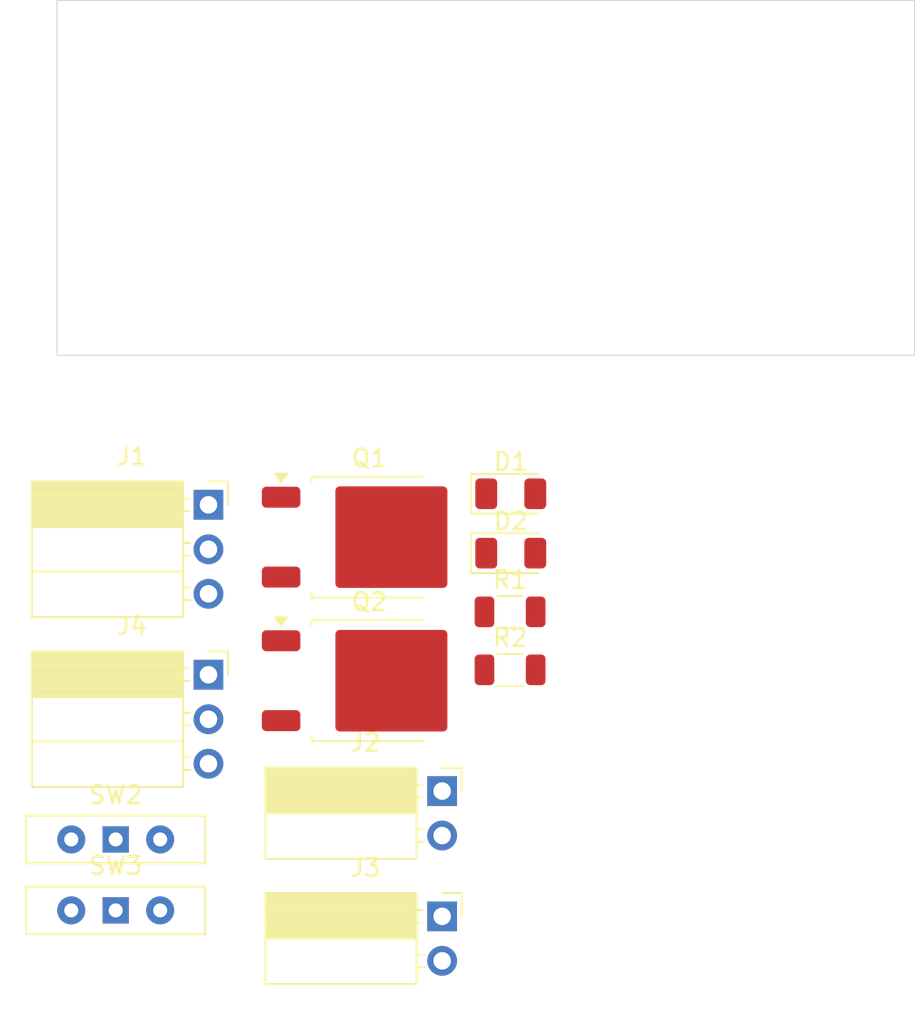
<source format=kicad_pcb>
(kicad_pcb (version 20241229) (generator "pcbnew") (generator_version "9.0")
  (layers (0 "F.Cu" signal) (2 "B.Cu" signal) (13 "F.Paste" user) (15 "B.Paste" user) (5 "F.SilkS" user "F.Silkscreen") (7 "B.SilkS" user "B.Silkscreen") (1 "F.Mask" user) (3 "B.Mask" user) (25 "Edge.Cuts" user))
  (net 0 "")
  (net 1 "Net-(D1-A)")
  (net 2 "Net-(D1-K)")
  (net 3 "Net-(D2-K)")
  (net 4 "Net-(D2-A)")
  (net 5 "Net-(J1-Pin_3)")
  (net 6 "Net-(J1-Pin_2)")
  (net 7 "Net-(J1-Pin_1)")
  (net 8 "Net-(J4-Pin_2)")
  (footprint "Connector_PinSocket_2.54mm:PinSocket_1x03_P2.54mm_Horizontal" (layer "F.Cu") (at 44.410905 53.039462)
    (property "Reference" "J1" (at -4.38 -2.77 0) (layer "F.SilkS"))
    (property "Value" "Conn_01x03_Socket")
    (fp_line (start -10.09 -1.33) (end -10.09 6.41) (stroke (width 0.12)) (layer "F.SilkS"))
    (fp_line (start -10.09 -1.33) (end -1.46 -1.33) (stroke (width 0.12)) (layer "F.SilkS"))
    (fp_line (start -10.09 -1.21) (end -1.46 -1.21) (stroke (width 0.12)) (layer "F.SilkS"))
    (fp_line (start -10.09 -1.091905) (end -1.46 -1.091905) (stroke (width 0.12)) (layer "F.SilkS"))
    (fp_line (start -10.09 -0.97381) (end -1.46 -0.97381) (stroke (width 0.12)) (layer "F.SilkS"))
    (fp_line (start -10.09 -0.855715) (end -1.46 -0.855715) (stroke (width 0.12)) (layer "F.SilkS"))
    (fp_line (start -10.09 -0.73762) (end -1.46 -0.73762) (stroke (width 0.12)) (layer "F.SilkS"))
    (fp_line (start -10.09 -0.619525) (end -1.46 -0.619525) (stroke (width 0.12)) (layer "F.SilkS"))
    (fp_line (start -10.09 -0.50143) (end -1.46 -0.50143) (stroke (width 0.12)) (layer "F.SilkS"))
    (fp_line (start -10.09 -0.383335) (end -1.46 -0.383335) (stroke (width 0.12)) (layer "F.SilkS"))
    (fp_line (start -10.09 -0.26524) (end -1.46 -0.26524) (stroke (width 0.12)) (layer "F.SilkS"))
    (fp_line (start -10.09 -0.147145) (end -1.46 -0.147145) (stroke (width 0.12)) (layer "F.SilkS"))
    (fp_line (start -10.09 -0.02905) (end -1.46 -0.02905) (stroke (width 0.12)) (layer "F.SilkS"))
    (fp_line (start -10.09 0.089045) (end -1.46 0.089045) (stroke (width 0.12)) (layer "F.SilkS"))
    (fp_line (start -10.09 0.20714) (end -1.46 0.20714) (stroke (width 0.12)) (layer "F.SilkS"))
    (fp_line (start -10.09 0.325235) (end -1.46 0.325235) (stroke (width 0.12)) (layer "F.SilkS"))
    (fp_line (start -10.09 0.44333) (end -1.46 0.44333) (stroke (width 0.12)) (layer "F.SilkS"))
    (fp_line (start -10.09 0.561425) (end -1.46 0.561425) (stroke (width 0.12)) (layer "F.SilkS"))
    (fp_line (start -10.09 0.67952) (end -1.46 0.67952) (stroke (width 0.12)) (layer "F.SilkS"))
    (fp_line (start -10.09 0.797615) (end -1.46 0.797615) (stroke (width 0.12)) (layer "F.SilkS"))
    (fp_line (start -10.09 0.91571) (end -1.46 0.91571) (stroke (width 0.12)) (layer "F.SilkS"))
    (fp_line (start -10.09 1.033805) (end -1.46 1.033805) (stroke (width 0.12)) (layer "F.SilkS"))
    (fp_line (start -10.09 1.1519) (end -1.46 1.1519) (stroke (width 0.12)) (layer "F.SilkS"))
    (fp_line (start -10.09 1.27) (end -1.46 1.27) (stroke (width 0.12)) (layer "F.SilkS"))
    (fp_line (start -10.09 3.81) (end -1.46 3.81) (stroke (width 0.12)) (layer "F.SilkS"))
    (fp_line (start -10.09 6.41) (end -1.46 6.41) (stroke (width 0.12)) (layer "F.SilkS"))
    (fp_line (start -1.46 -1.33) (end -1.46 6.41) (stroke (width 0.12)) (layer "F.SilkS"))
    (fp_line (start -1.46 -0.36) (end -1.11 -0.36) (stroke (width 0.12)) (layer "F.SilkS"))
    (fp_line (start -1.46 0.36) (end -1.11 0.36) (stroke (width 0.12)) (layer "F.SilkS"))
    (fp_line (start -1.46 2.18) (end -1.05 2.18) (stroke (width 0.12)) (layer "F.SilkS"))
    (fp_line (start -1.46 2.9) (end -1.05 2.9) (stroke (width 0.12)) (layer "F.SilkS"))
    (fp_line (start -1.46 4.72) (end -1.05 4.72) (stroke (width 0.12)) (layer "F.SilkS"))
    (fp_line (start -1.46 5.44) (end -1.05 5.44) (stroke (width 0.12)) (layer "F.SilkS"))
    (fp_line (start 0 -1.33) (end 1.11 -1.33) (stroke (width 0.12)) (layer "F.SilkS"))
    (fp_line (start 1.11 -1.33) (end 1.11 0) (stroke (width 0.12)) (layer "F.SilkS"))
    (pad "1" thru_hole rect (at 0 0) (size 1.7 1.7) (drill 1) (layers "*.Cu" "*.Mask") (net 7 "Net-(J1-Pin_1)"))
    (pad "2" thru_hole circle (at 0 2.54) (size 1.7 1.7) (drill 1) (layers "*.Cu" "*.Mask") (net 6 "Net-(J1-Pin_2)"))
    (pad "3" thru_hole circle (at 0 5.08) (size 1.7 1.7) (drill 1) (layers "*.Cu" "*.Mask") (net 5 "Net-(J1-Pin_3)"))
  )
  (footprint "Connector_PinSocket_2.54mm:PinSocket_1x03_P2.54mm_Horizontal" (layer "F.Cu") (at 44.410905 62.739462)
    (property "Reference" "J4" (at -4.38 -2.77 0) (layer "F.SilkS"))
    (property "Value" "Conn_01x03_Socket")
    (fp_line (start -10.09 -1.33) (end -10.09 6.41) (stroke (width 0.12)) (layer "F.SilkS"))
    (fp_line (start -10.09 -1.33) (end -1.46 -1.33) (stroke (width 0.12)) (layer "F.SilkS"))
    (fp_line (start -10.09 -1.21) (end -1.46 -1.21) (stroke (width 0.12)) (layer "F.SilkS"))
    (fp_line (start -10.09 -1.091905) (end -1.46 -1.091905) (stroke (width 0.12)) (layer "F.SilkS"))
    (fp_line (start -10.09 -0.97381) (end -1.46 -0.97381) (stroke (width 0.12)) (layer "F.SilkS"))
    (fp_line (start -10.09 -0.855715) (end -1.46 -0.855715) (stroke (width 0.12)) (layer "F.SilkS"))
    (fp_line (start -10.09 -0.73762) (end -1.46 -0.73762) (stroke (width 0.12)) (layer "F.SilkS"))
    (fp_line (start -10.09 -0.619525) (end -1.46 -0.619525) (stroke (width 0.12)) (layer "F.SilkS"))
    (fp_line (start -10.09 -0.50143) (end -1.46 -0.50143) (stroke (width 0.12)) (layer "F.SilkS"))
    (fp_line (start -10.09 -0.383335) (end -1.46 -0.383335) (stroke (width 0.12)) (layer "F.SilkS"))
    (fp_line (start -10.09 -0.26524) (end -1.46 -0.26524) (stroke (width 0.12)) (layer "F.SilkS"))
    (fp_line (start -10.09 -0.147145) (end -1.46 -0.147145) (stroke (width 0.12)) (layer "F.SilkS"))
    (fp_line (start -10.09 -0.02905) (end -1.46 -0.02905) (stroke (width 0.12)) (layer "F.SilkS"))
    (fp_line (start -10.09 0.089045) (end -1.46 0.089045) (stroke (width 0.12)) (layer "F.SilkS"))
    (fp_line (start -10.09 0.20714) (end -1.46 0.20714) (stroke (width 0.12)) (layer "F.SilkS"))
    (fp_line (start -10.09 0.325235) (end -1.46 0.325235) (stroke (width 0.12)) (layer "F.SilkS"))
    (fp_line (start -10.09 0.44333) (end -1.46 0.44333) (stroke (width 0.12)) (layer "F.SilkS"))
    (fp_line (start -10.09 0.561425) (end -1.46 0.561425) (stroke (width 0.12)) (layer "F.SilkS"))
    (fp_line (start -10.09 0.67952) (end -1.46 0.67952) (stroke (width 0.12)) (layer "F.SilkS"))
    (fp_line (start -10.09 0.797615) (end -1.46 0.797615) (stroke (width 0.12)) (layer "F.SilkS"))
    (fp_line (start -10.09 0.91571) (end -1.46 0.91571) (stroke (width 0.12)) (layer "F.SilkS"))
    (fp_line (start -10.09 1.033805) (end -1.46 1.033805) (stroke (width 0.12)) (layer "F.SilkS"))
    (fp_line (start -10.09 1.1519) (end -1.46 1.1519) (stroke (width 0.12)) (layer "F.SilkS"))
    (fp_line (start -10.09 1.27) (end -1.46 1.27) (stroke (width 0.12)) (layer "F.SilkS"))
    (fp_line (start -10.09 3.81) (end -1.46 3.81) (stroke (width 0.12)) (layer "F.SilkS"))
    (fp_line (start -10.09 6.41) (end -1.46 6.41) (stroke (width 0.12)) (layer "F.SilkS"))
    (fp_line (start -1.46 -1.33) (end -1.46 6.41) (stroke (width 0.12)) (layer "F.SilkS"))
    (fp_line (start -1.46 -0.36) (end -1.11 -0.36) (stroke (width 0.12)) (layer "F.SilkS"))
    (fp_line (start -1.46 0.36) (end -1.11 0.36) (stroke (width 0.12)) (layer "F.SilkS"))
    (fp_line (start -1.46 2.18) (end -1.05 2.18) (stroke (width 0.12)) (layer "F.SilkS"))
    (fp_line (start -1.46 2.9) (end -1.05 2.9) (stroke (width 0.12)) (layer "F.SilkS"))
    (fp_line (start -1.46 4.72) (end -1.05 4.72) (stroke (width 0.12)) (layer "F.SilkS"))
    (fp_line (start -1.46 5.44) (end -1.05 5.44) (stroke (width 0.12)) (layer "F.SilkS"))
    (fp_line (start 0 -1.33) (end 1.11 -1.33) (stroke (width 0.12)) (layer "F.SilkS"))
    (fp_line (start 1.11 -1.33) (end 1.11 0) (stroke (width 0.12)) (layer "F.SilkS"))
    (pad "1" thru_hole rect (at 0 0) (size 1.7 1.7) (drill 1) (layers "*.Cu" "*.Mask") (net 7 "Net-(J1-Pin_1)"))
    (pad "2" thru_hole circle (at 0 2.54) (size 1.7 1.7) (drill 1) (layers "*.Cu" "*.Mask") (net 8 "Net-(J4-Pin_2)"))
    (pad "3" thru_hole circle (at 0 5.08) (size 1.7 1.7) (drill 1) (layers "*.Cu" "*.Mask") (net 5 "Net-(J1-Pin_3)"))
  )
  (footprint "Resistor_SMD:R_1206_3216Metric" (layer "F.Cu") (at 61.640905 62.459462)
    (property "Reference" "R2" (at 0 -1.83 0) (layer "F.SilkS"))
    (property "Value" "R")
    (fp_line (start -0.727064 -0.91) (end 0.727064 -0.91) (stroke (width 0.12)) (layer "F.SilkS"))
    (fp_line (start -0.727064 0.91) (end 0.727064 0.91) (stroke (width 0.12)) (layer "F.SilkS"))
    (pad "1" smd roundrect (at -1.4625 0) (size 1.125 1.75) (layers "F.Cu" "F.Mask" "F.Paste") (roundrect_rratio 0.222222) (net 2 "Net-(D1-K)"))
    (pad "2" smd roundrect (at 1.4625 0) (size 1.125 1.75) (layers "F.Cu" "F.Mask" "F.Paste") (roundrect_rratio 0.222222) (net 5 "Net-(J1-Pin_3)"))
  )
  (footprint "Package_TO_SOT_SMD:TO-252-2" (layer "F.Cu") (at 53.600905 54.884462)
    (property "Reference" "Q1" (at 0 -4.5 0) (layer "F.SilkS"))
    (property "Value" "QM6006D")
    (fp_line (start -3.31 -3.45) (end -3.31 -3.18) (stroke (width 0.12)) (layer "F.SilkS"))
    (fp_line (start -3.31 3.45) (end -3.31 3.18) (stroke (width 0.12)) (layer "F.SilkS"))
    (fp_line (start 3.11 -3.45) (end -3.31 -3.45) (stroke (width 0.12)) (layer "F.SilkS"))
    (fp_line (start 3.11 3.45) (end -3.31 3.45) (stroke (width 0.12)) (layer "F.SilkS"))
    (fp_poly (pts (xy -5.04 -3.14) (xy -5.38 -3.61) (xy -4.7 -3.61)) (stroke (width 0.12)) (fill yes) (layer "F.SilkS"))
    (pad "1" smd roundrect (at -5.04 -2.28) (size 2.2 1.2) (layers "F.Cu" "F.Mask" "F.Paste") (roundrect_rratio 0.208333) (net 8 "Net-(J4-Pin_2)"))
    (pad "2" smd roundrect (at 1.26 0) (size 6.4 5.8) (layers "F.Cu" "F.Mask") (roundrect_rratio 0.043103) (net 7 "Net-(J1-Pin_1)"))
    (pad "3" smd roundrect (at -5.04 2.28) (size 2.2 1.2) (layers "F.Cu" "F.Mask" "F.Paste") (roundrect_rratio 0.208333) (net 4 "Net-(D2-A)"))
  )
  (footprint "LED_SMD:LED_1206_3216Metric" (layer "F.Cu") (at 61.680905 52.409462)
    (property "Reference" "D1" (at 0 -1.83 0) (layer "F.SilkS"))
    (property "Value" "LED")
    (fp_line (start -2.285 -1.135) (end -2.285 1.135) (stroke (width 0.12)) (layer "F.SilkS"))
    (fp_line (start -2.285 1.135) (end 1.6 1.135) (stroke (width 0.12)) (layer "F.SilkS"))
    (fp_line (start 1.6 -1.135) (end -2.285 -1.135) (stroke (width 0.12)) (layer "F.SilkS"))
    (pad "1" smd roundrect (at -1.4 0) (size 1.25 1.75) (layers "F.Cu" "F.Mask" "F.Paste") (roundrect_rratio 0.2) (net 2 "Net-(D1-K)"))
    (pad "2" smd roundrect (at 1.4 0) (size 1.25 1.75) (layers "F.Cu" "F.Mask" "F.Paste") (roundrect_rratio 0.2) (net 1 "Net-(D1-A)"))
  )
  (footprint "Connector_PinSocket_2.54mm:PinSocket_1x02_P2.54mm_Horizontal" (layer "F.Cu") (at 57.760905 69.379462)
    (property "Reference" "J2" (at -4.38 -2.77 0) (layer "F.SilkS"))
    (property "Value" "Conn_01x02_Socket")
    (fp_line (start -10.09 -1.33) (end -10.09 3.87) (stroke (width 0.12)) (layer "F.SilkS"))
    (fp_line (start -10.09 -1.33) (end -1.46 -1.33) (stroke (width 0.12)) (layer "F.SilkS"))
    (fp_line (start -10.09 -1.21) (end -1.46 -1.21) (stroke (width 0.12)) (layer "F.SilkS"))
    (fp_line (start -10.09 -1.091905) (end -1.46 -1.091905) (stroke (width 0.12)) (layer "F.SilkS"))
    (fp_line (start -10.09 -0.97381) (end -1.46 -0.97381) (stroke (width 0.12)) (layer "F.SilkS"))
    (fp_line (start -10.09 -0.855715) (end -1.46 -0.855715) (stroke (width 0.12)) (layer "F.SilkS"))
    (fp_line (start -10.09 -0.73762) (end -1.46 -0.73762) (stroke (width 0.12)) (layer "F.SilkS"))
    (fp_line (start -10.09 -0.619525) (end -1.46 -0.619525) (stroke (width 0.12)) (layer "F.SilkS"))
    (fp_line (start -10.09 -0.50143) (end -1.46 -0.50143) (stroke (width 0.12)) (layer "F.SilkS"))
    (fp_line (start -10.09 -0.383335) (end -1.46 -0.383335) (stroke (width 0.12)) (layer "F.SilkS"))
    (fp_line (start -10.09 -0.26524) (end -1.46 -0.26524) (stroke (width 0.12)) (layer "F.SilkS"))
    (fp_line (start -10.09 -0.147145) (end -1.46 -0.147145) (stroke (width 0.12)) (layer "F.SilkS"))
    (fp_line (start -10.09 -0.02905) (end -1.46 -0.02905) (stroke (width 0.12)) (layer "F.SilkS"))
    (fp_line (start -10.09 0.089045) (end -1.46 0.089045) (stroke (width 0.12)) (layer "F.SilkS"))
    (fp_line (start -10.09 0.20714) (end -1.46 0.20714) (stroke (width 0.12)) (layer "F.SilkS"))
    (fp_line (start -10.09 0.325235) (end -1.46 0.325235) (stroke (width 0.12)) (layer "F.SilkS"))
    (fp_line (start -10.09 0.44333) (end -1.46 0.44333) (stroke (width 0.12)) (layer "F.SilkS"))
    (fp_line (start -10.09 0.561425) (end -1.46 0.561425) (stroke (width 0.12)) (layer "F.SilkS"))
    (fp_line (start -10.09 0.67952) (end -1.46 0.67952) (stroke (width 0.12)) (layer "F.SilkS"))
    (fp_line (start -10.09 0.797615) (end -1.46 0.797615) (stroke (width 0.12)) (layer "F.SilkS"))
    (fp_line (start -10.09 0.91571) (end -1.46 0.91571) (stroke (width 0.12)) (layer "F.SilkS"))
    (fp_line (start -10.09 1.033805) (end -1.46 1.033805) (stroke (width 0.12)) (layer "F.SilkS"))
    (fp_line (start -10.09 1.1519) (end -1.46 1.1519) (stroke (width 0.12)) (layer "F.SilkS"))
    (fp_line (start -10.09 1.27) (end -1.46 1.27) (stroke (width 0.12)) (layer "F.SilkS"))
    (fp_line (start -10.09 3.87) (end -1.46 3.87) (stroke (width 0.12)) (layer "F.SilkS"))
    (fp_line (start -1.46 -1.33) (end -1.46 3.87) (stroke (width 0.12)) (layer "F.SilkS"))
    (fp_line (start -1.46 -0.36) (end -1.11 -0.36) (stroke (width 0.12)) (layer "F.SilkS"))
    (fp_line (start -1.46 0.36) (end -1.11 0.36) (stroke (width 0.12)) (layer "F.SilkS"))
    (fp_line (start -1.46 2.18) (end -1.05 2.18) (stroke (width 0.12)) (layer "F.SilkS"))
    (fp_line (start -1.46 2.9) (end -1.05 2.9) (stroke (width 0.12)) (layer "F.SilkS"))
    (fp_line (start 0 -1.33) (end 1.11 -1.33) (stroke (width 0.12)) (layer "F.SilkS"))
    (fp_line (start 1.11 -1.33) (end 1.11 0) (stroke (width 0.12)) (layer "F.SilkS"))
    (pad "1" thru_hole rect (at 0 0) (size 1.7 1.7) (drill 1) (layers "*.Cu" "*.Mask") (net 7 "Net-(J1-Pin_1)"))
    (pad "2" thru_hole circle (at 0 2.54) (size 1.7 1.7) (drill 1) (layers "*.Cu" "*.Mask") (net 5 "Net-(J1-Pin_3)"))
  )
  (footprint "Resistor_SMD:R_1206_3216Metric" (layer "F.Cu") (at 61.640905 59.149462)
    (property "Reference" "R1" (at 0 -1.83 0) (layer "F.SilkS"))
    (property "Value" "R")
    (fp_line (start -0.727064 -0.91) (end 0.727064 -0.91) (stroke (width 0.12)) (layer "F.SilkS"))
    (fp_line (start -0.727064 0.91) (end 0.727064 0.91) (stroke (width 0.12)) (layer "F.SilkS"))
    (pad "1" smd roundrect (at -1.4625 0) (size 1.125 1.75) (layers "F.Cu" "F.Mask" "F.Paste") (roundrect_rratio 0.222222) (net 3 "Net-(D2-K)"))
    (pad "2" smd roundrect (at 1.4625 0) (size 1.125 1.75) (layers "F.Cu" "F.Mask" "F.Paste") (roundrect_rratio 0.222222) (net 5 "Net-(J1-Pin_3)"))
  )
  (footprint "Connector_PinSocket_2.54mm:PinSocket_1x02_P2.54mm_Horizontal" (layer "F.Cu") (at 57.760905 76.529462)
    (property "Reference" "J3" (at -4.38 -2.77 0) (layer "F.SilkS"))
    (property "Value" "Conn_01x02_Socket")
    (fp_line (start -10.09 -1.33) (end -10.09 3.87) (stroke (width 0.12)) (layer "F.SilkS"))
    (fp_line (start -10.09 -1.33) (end -1.46 -1.33) (stroke (width 0.12)) (layer "F.SilkS"))
    (fp_line (start -10.09 -1.21) (end -1.46 -1.21) (stroke (width 0.12)) (layer "F.SilkS"))
    (fp_line (start -10.09 -1.091905) (end -1.46 -1.091905) (stroke (width 0.12)) (layer "F.SilkS"))
    (fp_line (start -10.09 -0.97381) (end -1.46 -0.97381) (stroke (width 0.12)) (layer "F.SilkS"))
    (fp_line (start -10.09 -0.855715) (end -1.46 -0.855715) (stroke (width 0.12)) (layer "F.SilkS"))
    (fp_line (start -10.09 -0.73762) (end -1.46 -0.73762) (stroke (width 0.12)) (layer "F.SilkS"))
    (fp_line (start -10.09 -0.619525) (end -1.46 -0.619525) (stroke (width 0.12)) (layer "F.SilkS"))
    (fp_line (start -10.09 -0.50143) (end -1.46 -0.50143) (stroke (width 0.12)) (layer "F.SilkS"))
    (fp_line (start -10.09 -0.383335) (end -1.46 -0.383335) (stroke (width 0.12)) (layer "F.SilkS"))
    (fp_line (start -10.09 -0.26524) (end -1.46 -0.26524) (stroke (width 0.12)) (layer "F.SilkS"))
    (fp_line (start -10.09 -0.147145) (end -1.46 -0.147145) (stroke (width 0.12)) (layer "F.SilkS"))
    (fp_line (start -10.09 -0.02905) (end -1.46 -0.02905) (stroke (width 0.12)) (layer "F.SilkS"))
    (fp_line (start -10.09 0.089045) (end -1.46 0.089045) (stroke (width 0.12)) (layer "F.SilkS"))
    (fp_line (start -10.09 0.20714) (end -1.46 0.20714) (stroke (width 0.12)) (layer "F.SilkS"))
    (fp_line (start -10.09 0.325235) (end -1.46 0.325235) (stroke (width 0.12)) (layer "F.SilkS"))
    (fp_line (start -10.09 0.44333) (end -1.46 0.44333) (stroke (width 0.12)) (layer "F.SilkS"))
    (fp_line (start -10.09 0.561425) (end -1.46 0.561425) (stroke (width 0.12)) (layer "F.SilkS"))
    (fp_line (start -10.09 0.67952) (end -1.46 0.67952) (stroke (width 0.12)) (layer "F.SilkS"))
    (fp_line (start -10.09 0.797615) (end -1.46 0.797615) (stroke (width 0.12)) (layer "F.SilkS"))
    (fp_line (start -10.09 0.91571) (end -1.46 0.91571) (stroke (width 0.12)) (layer "F.SilkS"))
    (fp_line (start -10.09 1.033805) (end -1.46 1.033805) (stroke (width 0.12)) (layer "F.SilkS"))
    (fp_line (start -10.09 1.1519) (end -1.46 1.1519) (stroke (width 0.12)) (layer "F.SilkS"))
    (fp_line (start -10.09 1.27) (end -1.46 1.27) (stroke (width 0.12)) (layer "F.SilkS"))
    (fp_line (start -10.09 3.87) (end -1.46 3.87) (stroke (width 0.12)) (layer "F.SilkS"))
    (fp_line (start -1.46 -1.33) (end -1.46 3.87) (stroke (width 0.12)) (layer "F.SilkS"))
    (fp_line (start -1.46 -0.36) (end -1.11 -0.36) (stroke (width 0.12)) (layer "F.SilkS"))
    (fp_line (start -1.46 0.36) (end -1.11 0.36) (stroke (width 0.12)) (layer "F.SilkS"))
    (fp_line (start -1.46 2.18) (end -1.05 2.18) (stroke (width 0.12)) (layer "F.SilkS"))
    (fp_line (start -1.46 2.9) (end -1.05 2.9) (stroke (width 0.12)) (layer "F.SilkS"))
    (fp_line (start 0 -1.33) (end 1.11 -1.33) (stroke (width 0.12)) (layer "F.SilkS"))
    (fp_line (start 1.11 -1.33) (end 1.11 0) (stroke (width 0.12)) (layer "F.SilkS"))
    (pad "1" thru_hole rect (at 0 0) (size 1.7 1.7) (drill 1) (layers "*.Cu" "*.Mask") (net 7 "Net-(J1-Pin_1)"))
    (pad "2" thru_hole circle (at 0 2.54) (size 1.7 1.7) (drill 1) (layers "*.Cu" "*.Mask") (net 5 "Net-(J1-Pin_3)"))
  )
  (footprint "LED_SMD:LED_1206_3216Metric" (layer "F.Cu") (at 61.680905 55.799462)
    (property "Reference" "D2" (at 0 -1.83 0) (layer "F.SilkS"))
    (property "Value" "LED")
    (fp_line (start -2.285 -1.135) (end -2.285 1.135) (stroke (width 0.12)) (layer "F.SilkS"))
    (fp_line (start -2.285 1.135) (end 1.6 1.135) (stroke (width 0.12)) (layer "F.SilkS"))
    (fp_line (start 1.6 -1.135) (end -2.285 -1.135) (stroke (width 0.12)) (layer "F.SilkS"))
    (pad "1" smd roundrect (at -1.4 0) (size 1.25 1.75) (layers "F.Cu" "F.Mask" "F.Paste") (roundrect_rratio 0.2) (net 3 "Net-(D2-K)"))
    (pad "2" smd roundrect (at 1.4 0) (size 1.25 1.75) (layers "F.Cu" "F.Mask" "F.Paste") (roundrect_rratio 0.2) (net 4 "Net-(D2-A)"))
  )
  (footprint "Package_TO_SOT_SMD:TO-252-2" (layer "F.Cu") (at 53.600905 63.079462)
    (property "Reference" "Q2" (at 0 -4.5 0) (layer "F.SilkS"))
    (property "Value" "QM6006D")
    (fp_line (start -3.31 -3.45) (end -3.31 -3.18) (stroke (width 0.12)) (layer "F.SilkS"))
    (fp_line (start -3.31 3.45) (end -3.31 3.18) (stroke (width 0.12)) (layer "F.SilkS"))
    (fp_line (start 3.11 -3.45) (end -3.31 -3.45) (stroke (width 0.12)) (layer "F.SilkS"))
    (fp_line (start 3.11 3.45) (end -3.31 3.45) (stroke (width 0.12)) (layer "F.SilkS"))
    (fp_poly (pts (xy -5.04 -3.14) (xy -5.38 -3.61) (xy -4.7 -3.61)) (stroke (width 0.12)) (fill yes) (layer "F.SilkS"))
    (pad "1" smd roundrect (at -5.04 -2.28) (size 2.2 1.2) (layers "F.Cu" "F.Mask" "F.Paste") (roundrect_rratio 0.208333) (net 6 "Net-(J1-Pin_2)"))
    (pad "2" smd roundrect (at 1.26 0) (size 6.4 5.8) (layers "F.Cu" "F.Mask") (roundrect_rratio 0.043103) (net 7 "Net-(J1-Pin_1)"))
    (pad "3" smd roundrect (at -5.04 2.28) (size 2.2 1.2) (layers "F.Cu" "F.Mask" "F.Paste") (roundrect_rratio 0.208333) (net 1 "Net-(D1-A)"))
  )
  (footprint "Button_Switch_THT:SW_Slide-03_Wuerth-WS-SLTV_10x2.5x6.4_P2.54mm" (layer "F.Cu") (at 39.110905 72.139462)
    (property "Reference" "SW2" (at 0 -2.54 0) (layer "F.SilkS"))
    (property "Value" "SW_SPDT")
    (fp_rect (start -5.11 -1.36) (end 5.11 1.36) (stroke (width 0.12)) (fill no) (layer "F.SilkS"))
    (pad "1" thru_hole rect (at 0 0) (size 1.5 1.5) (drill 0.8) (layers "*.Cu" "*.Mask") (net 8 "Net-(J4-Pin_2)"))
    (pad "2" thru_hole circle (at -2.54 0) (size 1.6 1.6) (drill 0.8) (layers "*.Cu" "*.Mask") (net 7 "Net-(J1-Pin_1)"))
    (pad "3" thru_hole circle (at 2.54 0) (size 1.6 1.6) (drill 0.8) (layers "*.Cu" "*.Mask"))
  )
  (footprint "Button_Switch_THT:SW_Slide-03_Wuerth-WS-SLTV_10x2.5x6.4_P2.54mm" (layer "F.Cu") (at 39.110905 76.189462)
    (property "Reference" "SW3" (at 0 -2.54 0) (layer "F.SilkS"))
    (property "Value" "SW_SPDT")
    (fp_rect (start -5.11 -1.36) (end 5.11 1.36) (stroke (width 0.12)) (fill no) (layer "F.SilkS"))
    (pad "1" thru_hole rect (at 0 0) (size 1.5 1.5) (drill 0.8) (layers "*.Cu" "*.Mask") (net 6 "Net-(J1-Pin_2)"))
    (pad "2" thru_hole circle (at -2.54 0) (size 1.6 1.6) (drill 0.8) (layers "*.Cu" "*.Mask") (net 7 "Net-(J1-Pin_1)"))
    (pad "3" thru_hole circle (at 2.54 0) (size 1.6 1.6) (drill 0.8) (layers "*.Cu" "*.Mask"))
  )
  (gr_rect (start 35.75 24.25) (end 84.75 44.5) (stroke (width 0.05)) (fill no) (layer "Edge.Cuts"))
)
</source>
